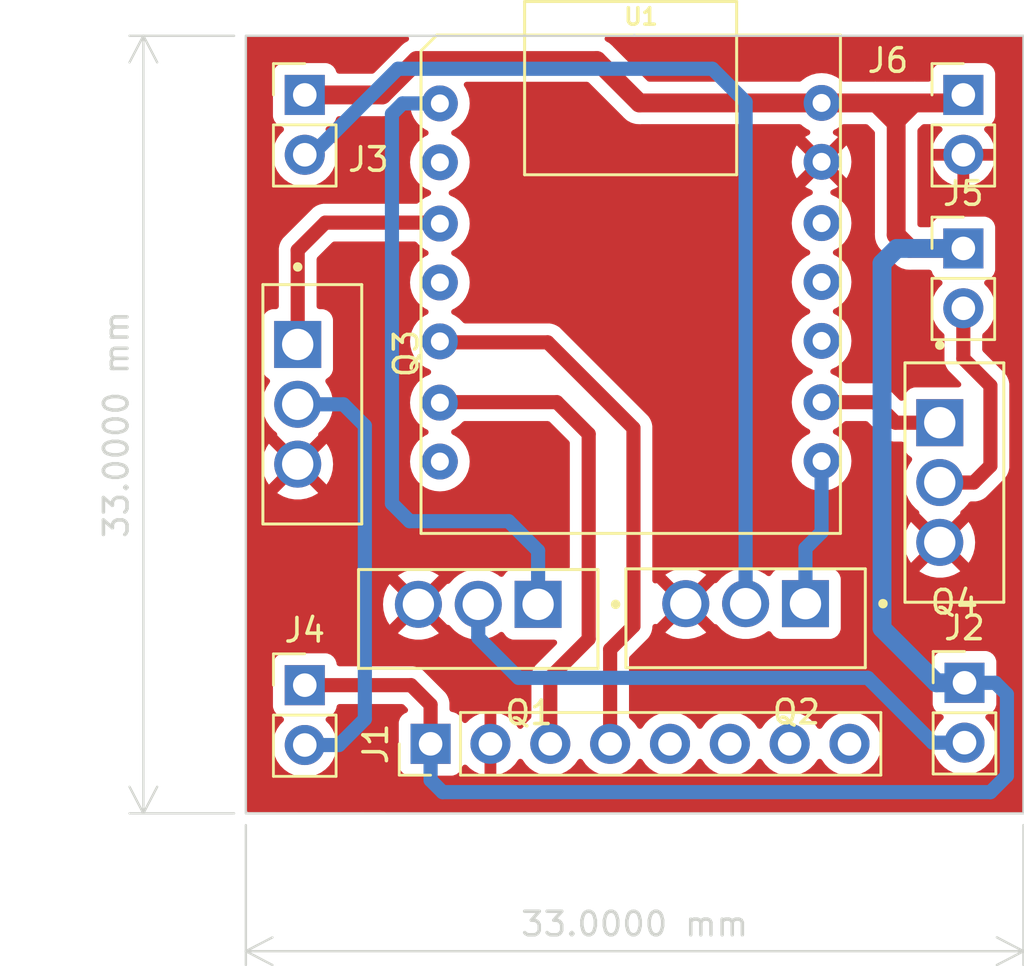
<source format=kicad_pcb>
(kicad_pcb (version 20221018) (generator pcbnew)
  (layers (0 "F.Cu" signal) (31 "B.Cu" signal) (34 "B.Paste" user) (35 "F.Paste" user) (36 "B.SilkS" user "B.Silkscreen") (37 "F.SilkS" user "F.Silkscreen") (38 "B.Mask" user) (39 "F.Mask" user) (44 "Edge.Cuts" user))
  (net 0 "")
  (net 1 "MotorA")
  (net 2 "GNDREF")
  (net 3 "SCL")
  (net 4 "SDA")
  (net 9 "MOTOR_A_PWM")
  (net 10 "MOTOR_B_PWM")
  (net 11 "MOTOR_C_PWM")
  (net 12 "MOTOR_D_PWM")
  (net 17 "VCC")
  (net 18 "MotorB")
  (net 19 "MotorC")
  (net 20 "MotorD")
  (footprint "Connector_PinHeader_2.54mm:PinHeader_1x02_P2.54mm_Vertical" (layer "F.Cu") (at 131.75 72.61)
    (fp_text reference "J3" (at 2.7 2.74) (layer "F.SilkS"))
    (fp_text value "Conn_01x02_Pin" hide)
    (fp_line (start -1.33 -1.33) (end 0 -1.33) (stroke (width 0.12)) (layer "F.SilkS"))
    (fp_line (start -1.33 0) (end -1.33 -1.33) (stroke (width 0.12)) (layer "F.SilkS"))
    (fp_line (start -1.33 1.27) (end -1.33 3.87) (stroke (width 0.12)) (layer "F.SilkS"))
    (fp_line (start -1.33 1.27) (end 1.33 1.27) (stroke (width 0.12)) (layer "F.SilkS"))
    (fp_line (start -1.33 3.87) (end 1.33 3.87) (stroke (width 0.12)) (layer "F.SilkS"))
    (fp_line (start 1.33 1.27) (end 1.33 3.87) (stroke (width 0.12)) (layer "F.SilkS"))
    (pad "1" thru_hole rect (at 0 0) (size 1.7 1.7) (drill 1) (layers "*.Cu" "*.Mask") (net 17 "VCC"))
    (pad "2" thru_hole oval (at 0 2.54) (size 1.7 1.7) (drill 1) (layers "*.Cu" "*.Mask") (net 18 "MotorB"))
  )
  (footprint "Connector_PinHeader_2.54mm:PinHeader_1x02_P2.54mm_Vertical" (layer "F.Cu") (at 159.75 97.56)
    (fp_text reference "J2" (at 0 -2.33) (layer "F.SilkS"))
    (fp_text value "Conn_01x02_Pin" hide)
    (fp_line (start -1.33 -1.33) (end 0 -1.33) (stroke (width 0.12)) (layer "F.SilkS"))
    (fp_line (start -1.33 0) (end -1.33 -1.33) (stroke (width 0.12)) (layer "F.SilkS"))
    (fp_line (start -1.33 1.27) (end -1.33 3.87) (stroke (width 0.12)) (layer "F.SilkS"))
    (fp_line (start -1.33 1.27) (end 1.33 1.27) (stroke (width 0.12)) (layer "F.SilkS"))
    (fp_line (start -1.33 3.87) (end 1.33 3.87) (stroke (width 0.12)) (layer "F.SilkS"))
    (fp_line (start 1.33 1.27) (end 1.33 3.87) (stroke (width 0.12)) (layer "F.SilkS"))
    (pad "1" thru_hole rect (at 0 0) (size 1.7 1.7) (drill 1) (layers "*.Cu" "*.Mask") (net 17 "VCC"))
    (pad "2" thru_hole oval (at 0 2.54) (size 1.7 1.7) (drill 1) (layers "*.Cu" "*.Mask") (net 1 "MotorA"))
  )
  (footprint "IRFZ44N:irfz44n" (layer "F.Cu") (at 150.46 94.2 180)
    (fp_text reference "Q2" (at -2.155 -4.6025) (layer "F.SilkS"))
    (fp_text value "IRFZ44N")
    (fp_line (start -5.08 -2.7175) (end 5.08 -2.7175) (stroke (width 0.127)) (layer "F.SilkS"))
    (fp_line (start -5.08 1.4775) (end -5.08 -2.7175) (stroke (width 0.127)) (layer "F.SilkS"))
    (fp_line (start 5.08 -2.7175) (end 5.08 1.4775) (stroke (width 0.127)) (layer "F.SilkS"))
    (fp_line (start 5.08 1.4775) (end -5.08 1.4775) (stroke (width 0.127)) (layer "F.SilkS"))
    (fp_circle (center -5.83 0) (end -5.73 0) (stroke (width 0.2)) (fill none) (layer "F.SilkS"))
    (pad "1" thru_hole rect (at -2.54 0 180) (size 1.995 1.995) (drill 1.33) (layers "*.Cu" "*.Mask") (net 10 "MOTOR_B_PWM"))
    (pad "2" thru_hole circle (at 0 0 180) (size 1.995 1.995) (drill 1.33) (layers "*.Cu" "*.Mask") (net 18 "MotorB"))
    (pad "3" thru_hole circle (at 2.54 0 180) (size 1.995 1.995) (drill 1.33) (layers "*.Cu" "*.Mask") (net 2 "GNDREF"))
  )
  (footprint "Connector_PinHeader_2.54mm:PinHeader_1x02_P2.54mm_Vertical" (layer "F.Cu") (at 159.7 72.61)
    (fp_text reference "J6" (at -3.2 -1.46) (layer "F.SilkS"))
    (fp_text value "Conn_01x02_Pin" hide)
    (fp_line (start -1.33 -1.33) (end 0 -1.33) (stroke (width 0.12)) (layer "F.SilkS"))
    (fp_line (start -1.33 0) (end -1.33 -1.33) (stroke (width 0.12)) (layer "F.SilkS"))
    (fp_line (start -1.33 1.27) (end -1.33 3.87) (stroke (width 0.12)) (layer "F.SilkS"))
    (fp_line (start -1.33 1.27) (end 1.33 1.27) (stroke (width 0.12)) (layer "F.SilkS"))
    (fp_line (start -1.33 3.87) (end 1.33 3.87) (stroke (width 0.12)) (layer "F.SilkS"))
    (fp_line (start 1.33 1.27) (end 1.33 3.87) (stroke (width 0.12)) (layer "F.SilkS"))
    (pad "1" thru_hole rect (at 0 0) (size 1.7 1.7) (drill 1) (layers "*.Cu" "*.Mask") (net 17 "VCC"))
    (pad "2" thru_hole oval (at 0 2.54) (size 1.7 1.7) (drill 1) (layers "*.Cu" "*.Mask") (net 2 "GNDREF"))
  )
  (footprint "IRFZ44N:irfz44n" (layer "F.Cu") (at 131.45 85.74 -90)
    (fp_text reference "Q3" (at -2.155 -4.6025 90) (layer "F.SilkS"))
    (fp_text value "IRFZ44N" hide)
    (fp_line (start -5.08 -2.7175) (end 5.08 -2.7175) (stroke (width 0.127)) (layer "F.SilkS"))
    (fp_line (start -5.08 1.4775) (end -5.08 -2.7175) (stroke (width 0.127)) (layer "F.SilkS"))
    (fp_line (start 5.08 -2.7175) (end 5.08 1.4775) (stroke (width 0.127)) (layer "F.SilkS"))
    (fp_line (start 5.08 1.4775) (end -5.08 1.4775) (stroke (width 0.127)) (layer "F.SilkS"))
    (fp_circle (center -5.83 0) (end -5.73 0) (stroke (width 0.2)) (fill none) (layer "F.SilkS"))
    (pad "1" thru_hole rect (at -2.54 0 270) (size 1.995 1.995) (drill 1.33) (layers "*.Cu" "*.Mask") (net 11 "MOTOR_C_PWM"))
    (pad "2" thru_hole circle (at 0 0 270) (size 1.995 1.995) (drill 1.33) (layers "*.Cu" "*.Mask") (net 19 "MotorC"))
    (pad "3" thru_hole circle (at 2.54 0 270) (size 1.995 1.995) (drill 1.33) (layers "*.Cu" "*.Mask") (net 2 "GNDREF"))
  )
  (footprint "Connector_PinHeader_2.54mm:PinHeader_1x02_P2.54mm_Vertical" (layer "F.Cu") (at 131.75 97.66)
    (fp_text reference "J4" (at 0 -2.33) (layer "F.SilkS"))
    (fp_text value "Conn_01x02_Pin" hide)
    (fp_line (start -1.33 -1.33) (end 0 -1.33) (stroke (width 0.12)) (layer "F.SilkS"))
    (fp_line (start -1.33 0) (end -1.33 -1.33) (stroke (width 0.12)) (layer "F.SilkS"))
    (fp_line (start -1.33 1.27) (end -1.33 3.87) (stroke (width 0.12)) (layer "F.SilkS"))
    (fp_line (start -1.33 1.27) (end 1.33 1.27) (stroke (width 0.12)) (layer "F.SilkS"))
    (fp_line (start -1.33 3.87) (end 1.33 3.87) (stroke (width 0.12)) (layer "F.SilkS"))
    (fp_line (start 1.33 1.27) (end 1.33 3.87) (stroke (width 0.12)) (layer "F.SilkS"))
    (pad "1" thru_hole rect (at 0 0) (size 1.7 1.7) (drill 1) (layers "*.Cu" "*.Mask") (net 17 "VCC"))
    (pad "2" thru_hole oval (at 0 2.54) (size 1.7 1.7) (drill 1) (layers "*.Cu" "*.Mask") (net 19 "MotorC"))
  )
  (footprint "Xiao_Esp32:Xiao_esp32s3_sense" (layer "F.Cu") (at 136.684 91.06925)
    (fp_text reference "U1" (at 9.3345 -21.7805) (layer "F.SilkS") (effects (font (size 0.7 0.7))))
    (fp_text value "MOUDLE-SEEEDUINO-XIAO-ESP32S3")
    (fp_line (start 0 -20.3285) (end 0 0.15) (stroke (width 0.127)) (layer "F.SilkS"))
    (fp_line (start 0 0.15) (end 17.8 0.15) (stroke (width 0.127)) (layer "F.SilkS"))
    (fp_line (start 0.671541 -21) (end 0 -20.3285) (stroke (width 0.127)) (layer "F.SilkS"))
    (fp_line (start 4.396 -15.072) (end 4.396 -22.425) (stroke (width 0.127)) (layer "F.SilkS"))
    (fp_line (start 4.4 -22.424) (end 13.395 -22.424) (stroke (width 0.127)) (layer "F.SilkS"))
    (fp_line (start 13.395 -22.424) (end 13.395 -15.072) (stroke (width 0.127)) (layer "F.SilkS"))
    (fp_line (start 13.395 -15.072) (end 4.396 -15.072) (stroke (width 0.127)) (layer "F.SilkS"))
    (fp_line (start 17.8 -21) (end 0.671541 -21) (stroke (width 0.127)) (layer "F.SilkS"))
    (fp_line (start 17.8 0.15) (end 17.8 -21) (stroke (width 0.127)) (layer "F.SilkS"))
    (pad "1" thru_hole circle (at 0.8 -18.1) (size 1.524 1.524) (drill 0.762) (layers "*.Cu" "*.Mask") (net 9 "MOTOR_A_PWM"))
    (pad "2" thru_hole circle (at 0.8 -15.6) (size 1.524 1.524) (drill 0.762) (layers "*.Cu" "*.Mask"))
    (pad "3" thru_hole circle (at 0.8 -13) (size 1.524 1.524) (drill 0.762) (layers "*.Cu" "*.Mask") (net 11 "MOTOR_C_PWM"))
    (pad "4" thru_hole circle (at 0.8 -10.5) (size 1.524 1.524) (drill 0.762) (layers "*.Cu" "*.Mask"))
    (pad "5" thru_hole circle (at 0.8 -8) (size 1.524 1.524) (drill 0.762) (layers "*.Cu" "*.Mask") (net 4 "SDA"))
    (pad "6" thru_hole circle (at 0.8 -5.4) (size 1.524 1.524) (drill 0.762) (layers "*.Cu" "*.Mask") (net 3 "SCL"))
    (pad "7" thru_hole circle (at 0.8 -2.9) (size 1.524 1.524) (drill 0.762) (layers "*.Cu" "*.Mask"))
    (pad "8" thru_hole circle (at 17 -2.92) (size 1.524 1.524) (drill 0.762) (layers "*.Cu" "*.Mask") (net 10 "MOTOR_B_PWM"))
    (pad "9" thru_hole circle (at 17 -5.42) (size 1.524 1.524) (drill 0.762) (layers "*.Cu" "*.Mask") (net 12 "MOTOR_D_PWM"))
    (pad "10" thru_hole circle (at 17 -8.02) (size 1.524 1.524) (drill 0.762) (layers "*.Cu" "*.Mask"))
    (pad "11" thru_hole circle (at 17 -10.52) (size 1.524 1.524) (drill 0.762) (layers "*.Cu" "*.Mask"))
    (pad "12" thru_hole circle (at 17 -13.02) (size 1.524 1.524) (drill 0.762) (layers "*.Cu" "*.Mask"))
    (pad "13" thru_hole circle (at 17 -15.62) (size 1.524 1.524) (drill 0.762) (layers "*.Cu" "*.Mask") (net 2 "GNDREF"))
    (pad "14" thru_hole circle (at 17 -18.12) (size 1.524 1.524) (drill 0.762) (layers "*.Cu" "*.Mask") (net 17 "VCC"))
  )
  (footprint "IRFZ44N:irfz44n" (layer "F.Cu") (at 158.7 89.06 -90)
    (fp_text reference "Q4" (at 5.08 -0.62 -180) (layer "F.SilkS"))
    (fp_text value "IRFZ44N" hide)
    (fp_line (start -5.08 -2.7175) (end 5.08 -2.7175) (stroke (width 0.127)) (layer "F.SilkS"))
    (fp_line (start -5.08 1.4775) (end -5.08 -2.7175) (stroke (width 0.127)) (layer "F.SilkS"))
    (fp_line (start 5.08 -2.7175) (end 5.08 1.4775) (stroke (width 0.127)) (layer "F.SilkS"))
    (fp_line (start 5.08 1.4775) (end -5.08 1.4775) (stroke (width 0.127)) (layer "F.SilkS"))
    (fp_circle (center -5.83 0) (end -5.73 0) (stroke (width 0.2)) (fill none) (layer "F.SilkS"))
    (pad "1" thru_hole rect (at -2.54 0 270) (size 1.995 1.995) (drill 1.33) (layers "*.Cu" "*.Mask") (net 12 "MOTOR_D_PWM"))
    (pad "2" thru_hole circle (at 0 0 270) (size 1.995 1.995) (drill 1.33) (layers "*.Cu" "*.Mask") (net 20 "MotorD"))
    (pad "3" thru_hole circle (at 2.54 0 270) (size 1.995 1.995) (drill 1.33) (layers "*.Cu" "*.Mask") (net 2 "GNDREF"))
  )
  (footprint "Connector_PinHeader_2.54mm:PinHeader_1x02_P2.54mm_Vertical" (layer "F.Cu") (at 159.7 79.125)
    (fp_text reference "J5" (at 0 -2.33) (layer "F.SilkS"))
    (fp_text value "Conn_01x02_Pin" hide)
    (fp_line (start -1.33 -1.33) (end 0 -1.33) (stroke (width 0.12)) (layer "F.SilkS"))
    (fp_line (start -1.33 0) (end -1.33 -1.33) (stroke (width 0.12)) (layer "F.SilkS"))
    (fp_line (start -1.33 1.27) (end -1.33 3.87) (stroke (width 0.12)) (layer "F.SilkS"))
    (fp_line (start -1.33 1.27) (end 1.33 1.27) (stroke (width 0.12)) (layer "F.SilkS"))
    (fp_line (start -1.33 3.87) (end 1.33 3.87) (stroke (width 0.12)) (layer "F.SilkS"))
    (fp_line (start 1.33 1.27) (end 1.33 3.87) (stroke (width 0.12)) (layer "F.SilkS"))
    (pad "1" thru_hole rect (at 0 0) (size 1.7 1.7) (drill 1) (layers "*.Cu" "*.Mask") (net 17 "VCC"))
    (pad "2" thru_hole oval (at 0 2.54) (size 1.7 1.7) (drill 1) (layers "*.Cu" "*.Mask") (net 20 "MotorD"))
  )
  (footprint "IRFZ44N:irfz44n" (layer "F.Cu") (at 139.1125 94.23 180)
    (fp_text reference "Q1" (at -2.155 -4.6025) (layer "F.SilkS"))
    (fp_text value "IRFZ44N" hide)
    (fp_line (start -5.08 -2.7175) (end 5.08 -2.7175) (stroke (width 0.127)) (layer "F.SilkS"))
    (fp_line (start -5.08 1.4775) (end -5.08 -2.7175) (stroke (width 0.127)) (layer "F.SilkS"))
    (fp_line (start 5.08 -2.7175) (end 5.08 1.4775) (stroke (width 0.127)) (layer "F.SilkS"))
    (fp_line (start 5.08 1.4775) (end -5.08 1.4775) (stroke (width 0.127)) (layer "F.SilkS"))
    (fp_circle (center -5.83 0) (end -5.73 0) (stroke (width 0.2)) (fill none) (layer "F.SilkS"))
    (pad "1" thru_hole rect (at -2.54 0 180) (size 1.995 1.995) (drill 1.33) (layers "*.Cu" "*.Mask") (net 9 "MOTOR_A_PWM"))
    (pad "2" thru_hole circle (at 0 0 180) (size 1.995 1.995) (drill 1.33) (layers "*.Cu" "*.Mask") (net 1 "MotorA"))
    (pad "3" thru_hole circle (at 2.54 0 180) (size 1.995 1.995) (drill 1.33) (layers "*.Cu" "*.Mask") (net 2 "GNDREF"))
  )
  (footprint "Connector_PinHeader_2.54mm:PinHeader_1x08_P2.54mm_Vertical" (layer "F.Cu") (at 137.09 100.15 90)
    (fp_text reference "J1" (at 0 -2.33 90) (layer "F.SilkS"))
    (fp_text value "Conn_01x08_Pin" hide)
    (fp_line (start -1.33 -1.33) (end 0 -1.33) (stroke (width 0.12)) (layer "F.SilkS"))
    (fp_line (start -1.33 0) (end -1.33 -1.33) (stroke (width 0.12)) (layer "F.SilkS"))
    (fp_line (start -1.33 1.27) (end -1.33 19.11) (stroke (width 0.12)) (layer "F.SilkS"))
    (fp_line (start -1.33 1.27) (end 1.33 1.27) (stroke (width 0.12)) (layer "F.SilkS"))
    (fp_line (start -1.33 19.11) (end 1.33 19.11) (stroke (width 0.12)) (layer "F.SilkS"))
    (fp_line (start 1.33 1.27) (end 1.33 19.11) (stroke (width 0.12)) (layer "F.SilkS"))
    (pad "1" thru_hole rect (at 0 0 90) (size 1.7 1.7) (drill 1) (layers "*.Cu" "*.Mask") (net 17 "VCC"))
    (pad "2" thru_hole oval (at 0 2.54 90) (size 1.7 1.7) (drill 1) (layers "*.Cu" "*.Mask") (net 2 "GNDREF"))
    (pad "3" thru_hole oval (at 0 5.08 90) (size 1.7 1.7) (drill 1) (layers "*.Cu" "*.Mask") (net 3 "SCL"))
    (pad "4" thru_hole oval (at 0 7.62 90) (size 1.7 1.7) (drill 1) (layers "*.Cu" "*.Mask") (net 4 "SDA"))
    (pad "5" thru_hole oval (at 0 10.16 90) (size 1.7 1.7) (drill 1) (layers "*.Cu" "*.Mask"))
    (pad "6" thru_hole oval (at 0 12.7 90) (size 1.7 1.7) (drill 1) (layers "*.Cu" "*.Mask"))
    (pad "7" thru_hole oval (at 0 15.24 90) (size 1.7 1.7) (drill 1) (layers "*.Cu" "*.Mask"))
    (pad "8" thru_hole oval (at 0 17.78 90) (size 1.7 1.7) (drill 1) (layers "*.Cu" "*.Mask"))
  )
  (gr_rect (start 145.7246 70.0746) (end 145.75 70.1) (stroke (width 0.1)) (fill none) (layer "Edge.Cuts"))
  (gr_rect (start 129.25 70.1) (end 162.25 103.1) (stroke (width 0.1)) (fill none) (layer "Edge.Cuts"))
  (dimension (type aligned) (layer "Edge.Cuts") (pts (xy 129.25 103.1) (xy 162.25 103.1)) (height 5.85) (gr_text "33.0000 mm" (at 145.75 107.8) (layer "Edge.Cuts") (effects (font (size 1 1) (thickness 0.15)))) (format (prefix "") (suffix "") (units 3) (units_format 1) (precision 4)) (style (thickness 0.1) (arrow_length 1.27) (text_position_mode 0) (extension_height 0.58642) (extension_offset 0.5) keep_text_aligned))
  (dimension (type aligned) (layer "Edge.Cuts") (pts (xy 129.25 70.1) (xy 129.25 103.1)) (height 4.35) (gr_text "33.0000 mm" (at 123.75 86.6 90) (layer "Edge.Cuts") (effects (font (size 1 1) (thickness 0.15)))) (format (prefix "") (suffix "") (units 3) (units_format 1) (precision 4)) (style (thickness 0.1) (arrow_length 1.27) (text_position_mode 0) (extension_height 0.58642) (extension_offset 0.5) keep_text_aligned))
  (segment (start 140.821822 97.35) (end 155.65 97.35) (width 0.6) (layer "B.Cu") (net 1))
  (segment (start 155.65 97.35) (end 158.4 100.1) (width 0.6) (layer "B.Cu") (net 1))
  (segment (start 139.1125 95.640678) (end 140.821822 97.35) (width 0.6) (layer "B.Cu") (net 1))
  (segment (start 139.1125 94.23) (end 139.1125 95.640678) (width 0.6) (layer "B.Cu") (net 1))
  (segment (start 158.4 100.1) (end 159.75 100.1) (width 0.6) (layer "B.Cu") (net 1))
  (segment (start 143.8 87) (end 142.44925 85.64925) (width 0.6) (layer "F.Cu") (net 3))
  (segment (start 142.17 100.15) (end 142.17 97.32863) (width 0.6) (layer "F.Cu") (net 3))
  (segment (start 142.17 97.32863) (end 143.8 95.69863) (width 0.6) (layer "F.Cu") (net 3))
  (segment (start 142.44925 85.64925) (end 137.519 85.64925) (width 0.6) (layer "F.Cu") (net 3))
  (segment (start 143.8 95.69863) (end 143.8 87) (width 0.6) (layer "F.Cu") (net 3))
  (segment (start 144.71 100.15) (end 144.71 96.14) (width 0.6) (layer "F.Cu") (net 4))
  (segment (start 145.7 95.15) (end 145.7 86.75) (width 0.6) (layer "F.Cu") (net 4))
  (segment (start 144.71 96.14) (end 145.7 95.15) (width 0.6) (layer "F.Cu") (net 4))
  (segment (start 142.05925 83.10925) (end 137.519 83.10925) (width 0.6) (layer "F.Cu") (net 4))
  (segment (start 145.7 86.75) (end 142.05925 83.10925) (width 0.6) (layer "F.Cu") (net 4))
  (segment (start 141.6525 91.9525) (end 140.4 90.7) (width 0.6) (layer "B.Cu") (net 9))
  (segment (start 135.45 73.41925) (end 135.9 72.96925) (width 0.6) (layer "B.Cu") (net 9))
  (segment (start 136.2 90.7) (end 135.45 89.95) (width 0.6) (layer "B.Cu") (net 9))
  (segment (start 135.45 89.95) (end 135.45 73.41925) (width 0.6) (layer "B.Cu") (net 9))
  (segment (start 135.9 72.96925) (end 137.484 72.96925) (width 0.6) (layer "B.Cu") (net 9))
  (segment (start 141.6525 94.23) (end 141.6525 91.9525) (width 0.6) (layer "B.Cu") (net 9))
  (segment (start 140.4 90.7) (end 136.2 90.7) (width 0.6) (layer "B.Cu") (net 9))
  (segment (start 153 91.85) (end 153.684 91.166) (width 0.6) (layer "B.Cu") (net 10))
  (segment (start 153 94.2) (end 153 91.85) (width 0.6) (layer "B.Cu") (net 10))
  (segment (start 153.684 91.166) (end 153.684 88.14925) (width 0.6) (layer "B.Cu") (net 10))
  (segment (start 131.45 79.2) (end 131.45 83.2) (width 0.6) (layer "F.Cu") (net 11))
  (segment (start 137.519 78.02925) (end 132.62075 78.02925) (width 0.6) (layer "F.Cu") (net 11))
  (segment (start 132.62075 78.02925) (end 131.45 79.2) (width 0.6) (layer "F.Cu") (net 11))
  (segment (start 156.82 86.52) (end 155.94925 85.64925) (width 0.6) (layer "F.Cu") (net 12))
  (segment (start 155.94925 85.64925) (end 153.684 85.64925) (width 0.6) (layer "F.Cu") (net 12))
  (segment (start 158.7 86.52) (end 156.82 86.52) (width 0.6) (layer "F.Cu") (net 12))
  (segment (start 159.36075 72.94925) (end 159.7 72.61) (width 0.8) (layer "F.Cu") (net 17))
  (segment (start 153.684 72.94925) (end 156 72.94925) (width 0.8) (layer "F.Cu") (net 17))
  (segment (start 157.6 72.94925) (end 159.36075 72.94925) (width 0.8) (layer "F.Cu") (net 17))
  (segment (start 156 72.94925) (end 156.85 72.94925) (width 0.8) (layer "F.Cu") (net 17))
  (segment (start 156.85 73.79925) (end 156 72.94925) (width 0.8) (layer "F.Cu") (net 17))
  (segment (start 145.94925 72.94925) (end 144.15 71.15) (width 0.8) (layer "F.Cu") (net 17))
  (segment (start 156.85 73.8) (end 156.85 73.69925) (width 0.8) (layer "F.Cu") (net 17))
  (segment (start 156.85 72.94925) (end 157.6 72.94925) (width 0.8) (layer "F.Cu") (net 17))
  (segment (start 135.04 72.61) (end 131.75 72.61) (width 0.8) (layer "F.Cu") (net 17))
  (segment (start 144.15 71.15) (end 136.5 71.15) (width 0.8) (layer "F.Cu") (net 17))
  (segment (start 137.09 98.49) (end 136.26 97.66) (width 0.6) (layer "F.Cu") (net 17))
  (segment (start 156.85 78.55) (end 157.425 79.125) (width 0.8) (layer "F.Cu") (net 17))
  (segment (start 136.26 97.66) (end 131.75 97.66) (width 0.6) (layer "F.Cu") (net 17))
  (segment (start 156.85 72.94925) (end 156.85 73.8) (width 0.8) (layer "F.Cu") (net 17))
  (segment (start 153.684 72.94925) (end 145.94925 72.94925) (width 0.8) (layer "F.Cu") (net 17))
  (segment (start 156.85 73.8) (end 156.85 78.55) (width 0.8) (layer "F.Cu") (net 17))
  (segment (start 157.425 79.125) (end 159.7 79.125) (width 0.8) (layer "F.Cu") (net 17))
  (segment (start 136.5 71.15) (end 135.04 72.61) (width 0.8) (layer "F.Cu") (net 17))
  (segment (start 156.85 73.69925) (end 157.6 72.94925) (width 0.8) (layer "F.Cu") (net 17))
  (segment (start 156.85 73.8) (end 156.85 73.79925) (width 0.8) (layer "F.Cu") (net 17))
  (segment (start 137.09 100.15) (end 137.09 98.49) (width 0.6) (layer "F.Cu") (net 17))
  (segment (start 161.55 98.05) (end 161.06 97.56) (width 0.6) (layer "B.Cu") (net 17))
  (segment (start 161.06 97.56) (end 159.75 97.56) (width 0.6) (layer "B.Cu") (net 17))
  (segment (start 156.875 79.125) (end 156.25 79.75) (width 0.8) (layer "B.Cu") (net 17))
  (segment (start 158.56 97.56) (end 159.75 97.56) (width 0.8) (layer "B.Cu") (net 17))
  (segment (start 156.25 79.75) (end 156.25 95.25) (width 0.8) (layer "B.Cu") (net 17))
  (segment (start 137.09 101.69) (end 137.6 102.2) (width 0.6) (layer "B.Cu") (net 17))
  (segment (start 159.7 79.125) (end 156.875 79.125) (width 0.8) (layer "B.Cu") (net 17))
  (segment (start 137.09 100.15) (end 137.09 101.69) (width 0.6) (layer "B.Cu") (net 17))
  (segment (start 160.85 102.2) (end 161.55 101.5) (width 0.6) (layer "B.Cu") (net 17))
  (segment (start 161.55 101.5) (end 161.55 98.05) (width 0.6) (layer "B.Cu") (net 17))
  (segment (start 156.25 95.25) (end 158.56 97.56) (width 0.8) (layer "B.Cu") (net 17))
  (segment (start 137.6 102.2) (end 160.85 102.2) (width 0.6) (layer "B.Cu") (net 17))
  (segment (start 132.05 75.15) (end 135.7 71.5) (width 0.6) (layer "B.Cu") (net 18))
  (segment (start 131.75 75.15) (end 132.05 75.15) (width 0.6) (layer "B.Cu") (net 18))
  (segment (start 135.7 71.5) (end 149.05 71.5) (width 0.6) (layer "B.Cu") (net 18))
  (segment (start 149.05 71.5) (end 150.46 72.91) (width 0.6) (layer "B.Cu") (net 18))
  (segment (start 150.46 72.91) (end 150.46 94.2) (width 0.6) (layer "B.Cu") (net 18))
  (segment (start 131.45 85.74) (end 133.39 85.74) (width 0.6) (layer "B.Cu") (net 19))
  (segment (start 134.3 86.65) (end 134.3 99.1) (width 0.6) (layer "B.Cu") (net 19))
  (segment (start 133.2 100.2) (end 131.75 100.2) (width 0.6) (layer "B.Cu") (net 19))
  (segment (start 133.39 85.74) (end 134.3 86.65) (width 0.6) (layer "B.Cu") (net 19))
  (segment (start 134.3 99.1) (end 133.2 100.2) (width 0.6) (layer "B.Cu") (net 19))
  (segment (start 160.85 84.95) (end 159.7 83.8) (width 0.6) (layer "F.Cu") (net 20))
  (segment (start 160.14 89.06) (end 160.85 88.35) (width 0.6) (layer "F.Cu") (net 20))
  (segment (start 158.7 89.06) (end 160.14 89.06) (width 0.6) (layer "F.Cu") (net 20))
  (segment (start 159.7 83.8) (end 159.7 81.665) (width 0.6) (layer "F.Cu") (net 20))
  (segment (start 160.85 88.35) (end 160.85 84.95) (width 0.6) (layer "F.Cu") (net 20))
  (zone (net 2) (net_name "GNDREF") (layer "F.Cu") (connect_pads (clearance 0.5)) (min_thickness 0.25) (fill yes (thermal_gap 0.5) (thermal_bridge_width 0.5))
    (polygon (pts (xy 129.25 70.1) (xy 162.25 70.1) (xy 162.25 103.1) (xy 129.25 103.05)))
  )
)
</source>
